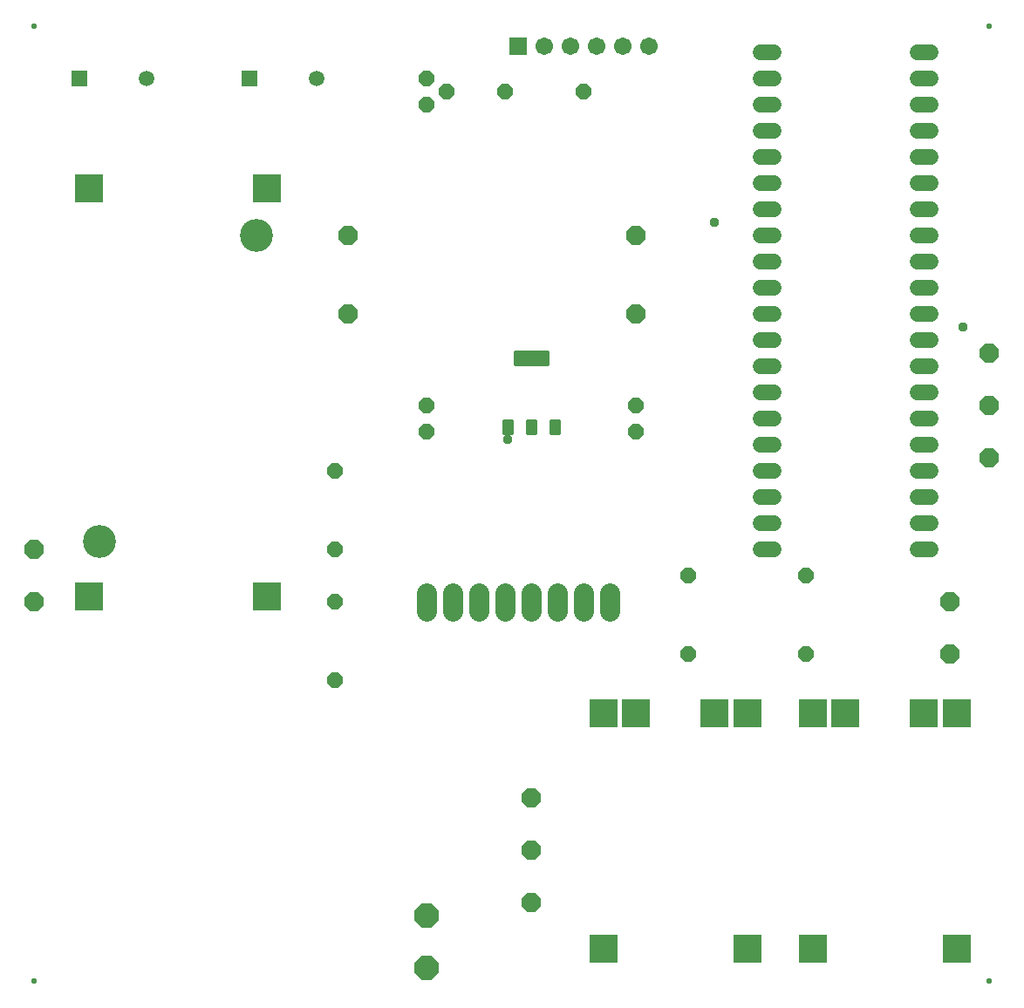
<source format=gbr>
G04 EAGLE Gerber RS-274X export*
G75*
%MOMM*%
%FSLAX34Y34*%
%LPD*%
%INSoldermask Top*%
%IPPOS*%
%AMOC8*
5,1,8,0,0,1.08239X$1,22.5*%
G01*
%ADD10C,0.553200*%
%ADD11C,1.511200*%
%ADD12C,1.981200*%
%ADD13P,1.649562X8X292.500000*%
%ADD14P,1.649562X8X112.500000*%
%ADD15P,1.649562X8X22.500000*%
%ADD16R,1.511200X1.511200*%
%ADD17C,1.511200*%
%ADD18R,2.703200X2.703200*%
%ADD19C,3.203200*%
%ADD20P,1.951982X8X22.500000*%
%ADD21P,2.556822X8X22.500000*%
%ADD22C,1.711200*%
%ADD23R,1.711200X1.711200*%
%ADD24C,0.339959*%
%ADD25C,0.393431*%
%ADD26C,0.959600*%


D10*
X25400Y12700D03*
X952500Y12700D03*
X952500Y939800D03*
X25400Y939800D03*
D11*
X730060Y914400D02*
X743140Y914400D01*
X743140Y889000D02*
X730060Y889000D01*
X730060Y863600D02*
X743140Y863600D01*
X743140Y838200D02*
X730060Y838200D01*
X730060Y812800D02*
X743140Y812800D01*
X743140Y787400D02*
X730060Y787400D01*
X730060Y762000D02*
X743140Y762000D01*
X743140Y736600D02*
X730060Y736600D01*
X730060Y711200D02*
X743140Y711200D01*
X743140Y685800D02*
X730060Y685800D01*
X730060Y660400D02*
X743140Y660400D01*
X743140Y635000D02*
X730060Y635000D01*
X730060Y609600D02*
X743140Y609600D01*
X743140Y584200D02*
X730060Y584200D01*
X730060Y558800D02*
X743140Y558800D01*
X743140Y533400D02*
X730060Y533400D01*
X730060Y508000D02*
X743140Y508000D01*
X743140Y482600D02*
X730060Y482600D01*
X730060Y457200D02*
X743140Y457200D01*
X743140Y431800D02*
X730060Y431800D01*
X882460Y914400D02*
X895540Y914400D01*
X895540Y889000D02*
X882460Y889000D01*
X882460Y863600D02*
X895540Y863600D01*
X895540Y838200D02*
X882460Y838200D01*
X882460Y812800D02*
X895540Y812800D01*
X895540Y787400D02*
X882460Y787400D01*
X882460Y762000D02*
X895540Y762000D01*
X895540Y736600D02*
X882460Y736600D01*
X882460Y711200D02*
X895540Y711200D01*
X895540Y685800D02*
X882460Y685800D01*
X882460Y660400D02*
X895540Y660400D01*
X895540Y635000D02*
X882460Y635000D01*
X882460Y609600D02*
X895540Y609600D01*
X895540Y584200D02*
X882460Y584200D01*
X882460Y558800D02*
X895540Y558800D01*
X895540Y533400D02*
X882460Y533400D01*
X882460Y508000D02*
X895540Y508000D01*
X895540Y482600D02*
X882460Y482600D01*
X882460Y457200D02*
X895540Y457200D01*
X895540Y431800D02*
X882460Y431800D01*
D12*
X482600Y389890D02*
X482600Y372110D01*
X508000Y372110D02*
X508000Y389890D01*
X457200Y389890D02*
X457200Y372110D01*
X431800Y372110D02*
X431800Y389890D01*
X406400Y389890D02*
X406400Y372110D01*
X533400Y372110D02*
X533400Y389890D01*
X558800Y389890D02*
X558800Y372110D01*
X584200Y372110D02*
X584200Y389890D01*
D13*
X660400Y406400D03*
X660400Y330200D03*
D14*
X774700Y330200D03*
X774700Y406400D03*
D13*
X317500Y508000D03*
X317500Y431800D03*
X317500Y381000D03*
X317500Y304800D03*
D15*
X482600Y876300D03*
X558800Y876300D03*
D16*
X234200Y889000D03*
D17*
X299200Y889000D03*
D16*
X69100Y889000D03*
D17*
X134100Y889000D03*
D18*
X577850Y44450D03*
X717550Y44450D03*
X609600Y273050D03*
X685800Y273050D03*
X577850Y273050D03*
X717550Y273050D03*
X781050Y44450D03*
X920750Y44450D03*
X812800Y273050D03*
X889000Y273050D03*
X781050Y273050D03*
X920750Y273050D03*
X78740Y386080D03*
X251460Y386080D03*
X251460Y782320D03*
X78740Y782320D03*
D19*
X88900Y439420D03*
X241300Y736600D03*
D13*
X406400Y863600D03*
X425450Y876300D03*
X406400Y889000D03*
D20*
X609600Y736600D03*
X609600Y660400D03*
X330200Y736600D03*
X330200Y660400D03*
X914400Y381000D03*
X914400Y330200D03*
X952500Y622300D03*
X952500Y571500D03*
X952500Y520700D03*
X508000Y190500D03*
X508000Y139700D03*
X508000Y88900D03*
X25400Y431800D03*
X25400Y381000D03*
D21*
X406400Y76200D03*
X406400Y25400D03*
D22*
X520700Y920750D03*
D23*
X495300Y920750D03*
D22*
X546100Y920750D03*
X571500Y920750D03*
X596900Y920750D03*
X622300Y920750D03*
D24*
X489066Y544884D02*
X481134Y544884D01*
X481134Y556616D01*
X489066Y556616D01*
X489066Y544884D01*
X489066Y548114D02*
X481134Y548114D01*
X481134Y551344D02*
X489066Y551344D01*
X489066Y554574D02*
X481134Y554574D01*
X504034Y544884D02*
X511966Y544884D01*
X504034Y544884D02*
X504034Y556616D01*
X511966Y556616D01*
X511966Y544884D01*
X511966Y548114D02*
X504034Y548114D01*
X504034Y551344D02*
X511966Y551344D01*
X511966Y554574D02*
X504034Y554574D01*
X526934Y544884D02*
X534866Y544884D01*
X526934Y544884D02*
X526934Y556616D01*
X534866Y556616D01*
X534866Y544884D01*
X534866Y548114D02*
X526934Y548114D01*
X526934Y551344D02*
X534866Y551344D01*
X534866Y554574D02*
X526934Y554574D01*
D25*
X523249Y612051D02*
X492751Y612051D01*
X492751Y623249D01*
X523249Y623249D01*
X523249Y612051D01*
X523249Y615788D02*
X492751Y615788D01*
X492751Y619525D02*
X523249Y619525D01*
D14*
X609600Y546100D03*
X609600Y571500D03*
X406400Y546100D03*
X406400Y571500D03*
D26*
X685800Y749300D03*
X485100Y538894D03*
X927100Y647700D03*
M02*

</source>
